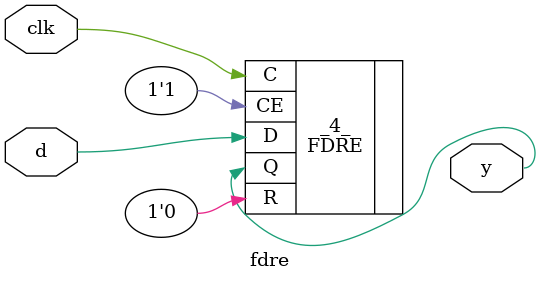
<source format=v>

module fdre (
    d,
    clk,
    y
);
  input d;
  wire d;
  input clk;
  wire clk;
  output y;
  wire y;
  FDRE #(
      .INIT(1'hx)
  ) _4_ (
      .C (clk),
      .CE(1'h1),
      .D (d),
      .Q (y),
      .R (1'h0)
  );

endmodule

// CHECK: module fdre (
// CHECK:     d,
// CHECK:     clk,
// CHECK:     y
// CHECK: );
// CHECK:   input d;
// CHECK:   wire d;
// CHECK:   input clk;
// CHECK:   wire clk;
// CHECK:   output y;
// CHECK:   wire y;
// CHECK:   wire _4_CE_const;
// CHECK:   wire _4_R_const;
// CHECK:   assign _4_CE_const = 1'b1;
// CHECK:   assign _4_R_const = 1'b0;
// CHECK:   FDRE #(
// CHECK:       .INIT(1'hx)
// CHECK:   ) _4_ (
// CHECK:       .C(clk),
// CHECK:       .CE(_4_CE_const),
// CHECK:       .D(d),
// CHECK:       .R(_4_R_const),
// CHECK:       .Q(y)
// CHECK:   );
// CHECK: endmodule

</source>
